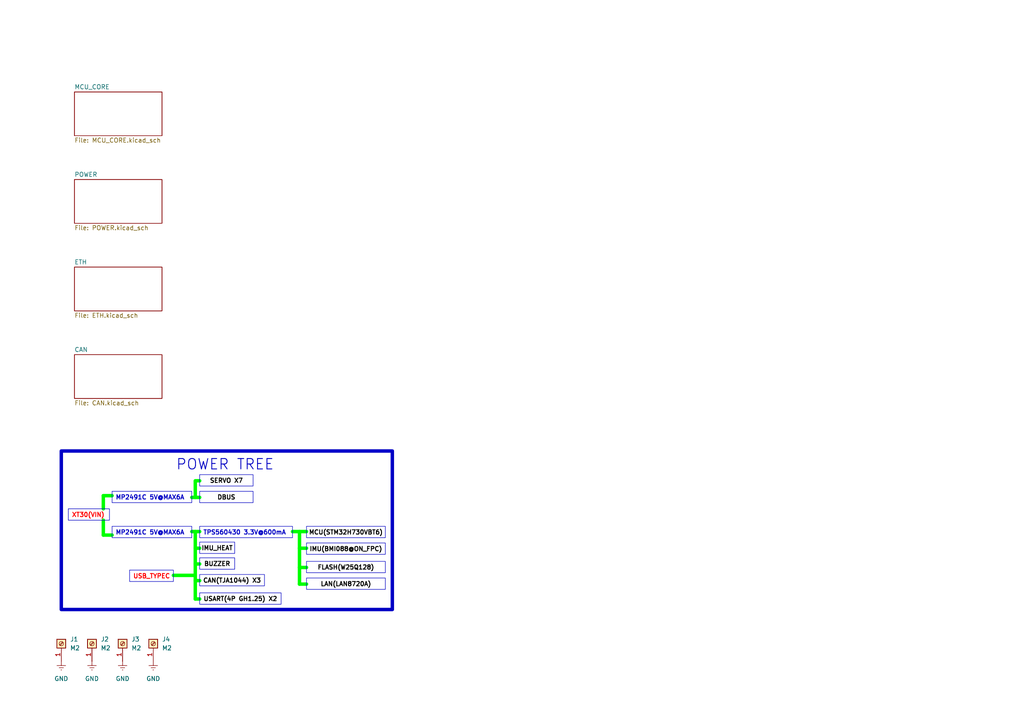
<source format=kicad_sch>
(kicad_sch (version 20231120) (generator "eeschema") (generator_version "8.0")
  (paper "A4")
  (lib_symbols
    (symbol "Connector:Screw_Terminal_01x01" (pin_names (offset 1.016) hide)
      (property "Reference" "J" (at 0 2.54 0))
      (property "Value" "Screw_Terminal_01x01" (at 0 -2.54 0))
      (symbol "Screw_Terminal_01x01_1_1"
        (rectangle (start -1.27 1.27) (end 1.27 -1.27) (stroke (width 0.254)) (fill (type background)))
        (polyline (pts (xy -0.5334 0.3302) (xy 0.3302 -0.508)) (stroke (width 0.1524)))
        (polyline (pts (xy -0.3556 0.508) (xy 0.508 -0.3302)) (stroke (width 0.1524)))
        (circle (center 0 0) (radius 0.635) (stroke (width 0.1524)))
        (pin passive line (at -5.08 0 0) (length 3.81) (name "Pin_1") (number "1"))
      )
    )
    (symbol "power:GNDREF" (power) (pin_numbers hide) (pin_names (offset 0) hide)
      (property "Value" "GNDREF" (at 0 -3.81 0))
      (symbol "GNDREF_0_1"
        (polyline (pts (xy -0.635 -1.905) (xy 0.635 -1.905)))
        (polyline (pts (xy -0.127 -2.54) (xy 0.127 -2.54)))
        (polyline (pts (xy 0 -1.27) (xy 0 0)))
        (polyline (pts (xy 1.27 -1.27) (xy -1.27 -1.27)))
      )
      (symbol "GNDREF_1_1"
        (pin power_in line (at 0 0 270) (length 0) (name "~") (number "1"))
      )
    )
  )
  (polyline (pts (xy 86.868 164.592) (xy 88.9 164.592)) (stroke (width 1) (color 0 255 0 1)))
  (polyline (pts (xy 86.868 159.004) (xy 88.9 159.004)) (stroke (width 1) (color 0 255 0 1)))
  (polyline (pts (xy 56.642 139.446) (xy 57.912 139.446)) (stroke (width 1) (color 0 255 0 1)))
  (polyline (pts (xy 56.642 168.402) (xy 57.912 168.402)) (stroke (width 1) (color 0 255 0 1)))
  (polyline (pts (xy 56.642 163.576) (xy 57.912 163.576)) (stroke (width 1) (color 0 255 0 1)))
  (polyline (pts (xy 86.868 169.418) (xy 88.9 169.418)) (stroke (width 1) (color 0 255 0 1)))
  (polyline (pts (xy 55.626 144.272) (xy 57.912 144.272)) (stroke (width 1) (color 0 255 0 1)))
  (polyline (pts (xy 29.972 150.876) (xy 29.972 155.194)) (stroke (width 1) (color 0 255 0 1)))
  (polyline (pts (xy 29.972 143.764) (xy 32.512 143.764)) (stroke (width 1) (color 0 255 0 1)))
  (polyline (pts (xy 56.642 159.004) (xy 57.912 159.004)) (stroke (width 1) (color 0 255 0 1)))
  (polyline (pts (xy 84.836 154.178) (xy 88.9 154.178)) (stroke (width 1) (color 0 255 0 1)))
  (polyline (pts (xy 29.972 155.194) (xy 32.512 155.194)) (stroke (width 1) (color 0 255 0 1)))
  (polyline (pts (xy 86.868 169.418) (xy 86.868 154.178)) (stroke (width 1) (color 0 255 0 1)))
  (polyline (pts (xy 56.642 173.736) (xy 57.912 173.736)) (stroke (width 1) (color 0 255 0 1)))
  (polyline (pts (xy 29.972 147.574) (xy 29.972 143.764)) (stroke (width 1) (color 0 255 0 1)))
  (polyline (pts (xy 50.292 166.878) (xy 56.642 166.878)) (stroke (width 1) (color 0 255 0 1)))
  (polyline (pts (xy 56.642 173.736) (xy 56.642 154.178)) (stroke (width 1) (color 0 255 0 1)))
  (polyline (pts (xy 55.626 154.178) (xy 57.912 154.178)) (stroke (width 1) (color 0 255 0 1)))
  (polyline (pts (xy 56.642 144.272) (xy 56.642 139.7)) (stroke (width 1) (color 0 255 0 1)))
  (rectangle (start 17.78 130.81) (end 113.792 176.784) (stroke (width 1)))
  (text_box "LAN(LAN8720A)" (at 88.9 167.64 0) (size 22.86 3.302) (effects (font (size 1.27 1.27) (thickness 0.254) (bold yes)) (justify top)))
  (text_box "SERVO X7" (at 57.912 137.668 0) (size 15.494 3.302) (effects (font (size 1.27 1.27) (thickness 0.254) (bold yes)) (justify top)))
  (text_box "XT30(VIN)" (at 19.812 147.574 0) (size 11.938 3.302) (effects (font (size 1.27 1.27) (thickness 0.254) (bold yes)) (justify left top)))
  (text_box "FLASH(W25Q128)" (at 88.9 162.814 0) (size 22.86 3.302) (effects (font (size 1.27 1.27) (thickness 0.254) (bold yes)) (justify top)))
  (text_box "MCU(STM32H730VBT6)" (at 88.9 152.654 0) (size 22.86 3.302) (effects (font (size 1.27 1.27) (thickness 0.254) (bold yes)) (justify top)))
  (text_box "IMU(BMI088@ON_FPC)" (at 88.9 157.48 0) (size 22.86 3.302) (effects (font (size 1.27 1.27) (thickness 0.254) (bold yes)) (justify top)))
  (text_box "DBUS\n" (at 57.912 142.494 0) (size 15.494 3.302) (effects (font (size 1.27 1.27) (thickness 0.254) (bold yes)) (justify top)))
  (text_box "IMU_HEAT\n" (at 57.912 157.226 0) (size 10.16 3.302) (effects (font (size 1.27 1.27) (thickness 0.254) (bold yes)) (justify top)))
  (text_box "CAN(TJA1044) X3" (at 57.912 166.624 0) (size 18.796 3.302) (effects (font (size 1.27 1.27) (thickness 0.254) (bold yes)) (justify top)))
  (text_box "BUZZER" (at 57.912 161.798 0) (size 10.16 3.302) (effects (font (size 1.27 1.27) (thickness 0.254) (bold yes)) (justify top)))
  (text_box "USART(4P GH1.25) X2" (at 57.912 171.958 0) (size 23.622 3.302) (effects (font (size 1.27 1.27) (thickness 0.254) (bold yes)) (justify top)))
  (text_box "TPS560430 3.3V@600mA" (at 57.912 152.654 0) (size 26.924 3.302) (effects (font (size 1.27 1.27) (thickness 0.254) (bold yes)) (justify left top)))
  (text_box "MP2491C 5V@MAX6A" (at 32.512 142.494 0) (size 23.114 3.302) (effects (font (size 1.27 1.27) (thickness 0.254) (bold yes)) (justify left top)))
  (text_box "MP2491C 5V@MAX6A" (at 32.512 152.654 0) (size 23.114 3.302) (effects (font (size 1.27 1.27) (thickness 0.254) (bold yes)) (justify left top)))
  (text_box "USB_TYPEC" (at 37.592 165.354 0) (size 12.7 3.302) (effects (font (size 1.27 1.27) (thickness 0.254) (bold yes)) (justify left top)))
  (text "POWER TREE" (at 65.278 134.874 0) (effects (font (size 3 3) (thickness 0.254) (bold yes))))
  (symbol (lib_id "power:GNDREF") (at 44.45 191.77 0) (mirror y) (unit 1)
    (property "Reference" "#PWR025" (effects (hide yes)))
    (property "Value" "GND" (at 44.45 196.85 0))
    (property "Description" "Power symbol creates a global label with name \"GNDREF\" , reference supply ground" (effects (hide yes)))
  )
  (symbol (lib_id "Connector:Screw_Terminal_01x01") (at 17.78 186.69 90) (unit 1)
    (property "Reference" "J1" (at 20.32 185.4199 90) (effects (justify right)))
    (property "Value" "M2" (at 20.32 187.9599 90) (effects (justify right)))
    (property "Footprint" "MountingHole:MountingHole_2.2mm_M2_DIN965_Pad" (effects (hide yes)))
    (property "Description" "Generic screw terminal, single row, 01x01, script generated (kicad-library-utils/schlib/autogen/connector/)" (effects (hide yes)))
  )
  (symbol (lib_id "Connector:Screw_Terminal_01x01") (at 44.45 186.69 90) (unit 1)
    (property "Reference" "J4" (at 46.99 185.4199 90) (effects (justify right)))
    (property "Value" "M2" (at 46.99 187.9599 90) (effects (justify right)))
    (property "Footprint" "MountingHole:MountingHole_2.2mm_M2_DIN965_Pad" (effects (hide yes)))
    (property "Description" "Generic screw terminal, single row, 01x01, script generated (kicad-library-utils/schlib/autogen/connector/)" (effects (hide yes)))
  )
  (symbol (lib_id "power:GNDREF") (at 26.67 191.77 0) (mirror y) (unit 1)
    (property "Reference" "#PWR023" (effects (hide yes)))
    (property "Value" "GND" (at 26.67 196.85 0))
    (property "Description" "Power symbol creates a global label with name \"GNDREF\" , reference supply ground" (effects (hide yes)))
  )
  (symbol (lib_id "power:GNDREF") (at 17.78 191.77 0) (mirror y) (unit 1)
    (property "Reference" "#PWR022" (effects (hide yes)))
    (property "Value" "GND" (at 17.78 196.85 0))
    (property "Description" "Power symbol creates a global label with name \"GNDREF\" , reference supply ground" (effects (hide yes)))
  )
  (symbol (lib_id "Connector:Screw_Terminal_01x01") (at 26.67 186.69 90) (unit 1)
    (property "Reference" "J2" (at 29.21 185.4199 90) (effects (justify right)))
    (property "Value" "M2" (at 29.21 187.9599 90) (effects (justify right)))
    (property "Footprint" "MountingHole:MountingHole_2.2mm_M2_DIN965_Pad" (effects (hide yes)))
    (property "Description" "Generic screw terminal, single row, 01x01, script generated (kicad-library-utils/schlib/autogen/connector/)" (effects (hide yes)))
  )
  (symbol (lib_id "power:GNDREF") (at 35.56 191.77 0) (mirror y) (unit 1)
    (property "Reference" "#PWR024" (effects (hide yes)))
    (property "Value" "GND" (at 35.56 196.85 0))
    (property "Description" "Power symbol creates a global label with name \"GNDREF\" , reference supply ground" (effects (hide yes)))
  )
  (symbol (lib_id "Connector:Screw_Terminal_01x01") (at 35.56 186.69 90) (unit 1)
    (property "Reference" "J3" (at 38.1 185.4199 90) (effects (justify right)))
    (property "Value" "M2" (at 38.1 187.9599 90) (effects (justify right)))
    (property "Footprint" "MountingHole:MountingHole_2.2mm_M2_DIN965_Pad" (effects (hide yes)))
    (property "Description" "Generic screw terminal, single row, 01x01, script generated (kicad-library-utils/schlib/autogen/connector/)" (effects (hide yes)))
  )
  (sheet (at 21.59 77.47) (size 25.4 12.7) (stroke (width 0.1524))
    (property "Sheetname" "ETH" (at 21.59 76.7584 0) (effects (justify left bottom)))
    (property "Sheetfile" "ETH.kicad_sch" (at 21.59 90.7546 0) (effects (justify left top)))
  )
  (sheet (at 21.59 26.67) (size 25.4 12.7) (stroke (width 0.1524))
    (property "Sheetname" "MCU_CORE" (at 21.59 25.9584 0) (effects (justify left bottom)))
    (property "Sheetfile" "MCU_CORE.kicad_sch" (at 21.59 39.9546 0) (effects (justify left top)))
  )
  (sheet (at 21.59 102.87) (size 25.4 12.7) (stroke (width 0.1524))
    (property "Sheetname" "CAN" (at 21.59 102.1584 0) (effects (justify left bottom)))
    (property "Sheetfile" "CAN.kicad_sch" (at 21.59 116.1546 0) (effects (justify left top)))
  )
  (sheet (at 21.59 52.07) (size 25.4 12.7) (stroke (width 0.1524))
    (property "Sheetname" "POWER" (at 21.59 51.3584 0) (effects (justify left bottom)))
    (property "Sheetfile" "POWER.kicad_sch" (at 21.59 65.3546 0) (effects (justify left top)))
  )
)
</source>
